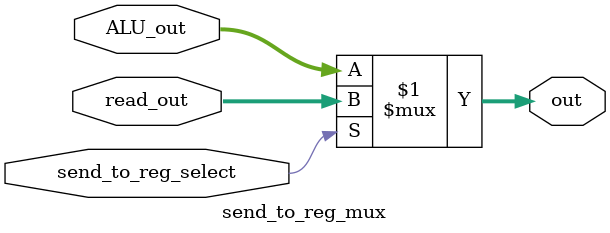
<source format=v>
module send_to_reg_mux (
    input send_to_reg_select,
    input [31:0] ALU_out,
    input [31:0] read_out,
    output [31:0] out
);

assign out = (send_to_reg_select) ? read_out : ALU_out;

endmodule
</source>
